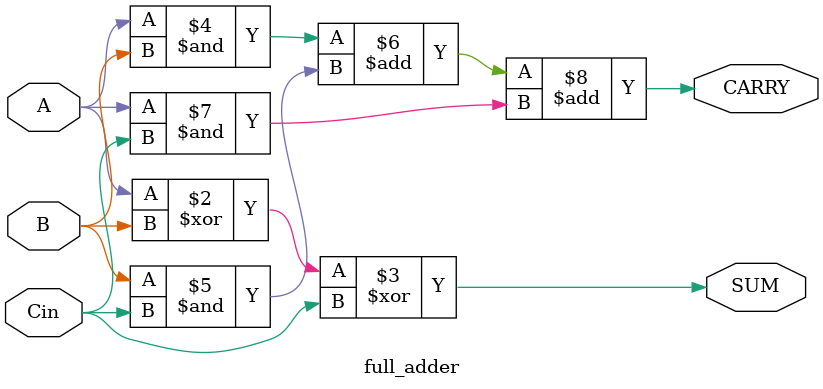
<source format=v>
`timescale 1ns / 1ps

module array_mult(
        input RST,
        input [3:0] A, B,
        output reg [7:0] Y
    );
    integer i;
    always @(*) begin
        if (~RST) Y = 8'b0;
        else begin
            for (i=0; i < 4; i=i+1) begin
                if (B[i] == 1'b1) begin
                     Y =  Y + ( A << i );
                 end
            end
        end
    end
endmodule

module full_adder(
        input A, B, Cin,
        output SUM, CARRY);
        assign SUM = A ^ B ^ Cin;
        assign CARRY = (A & B) + (B & Cin) + (A & Cin); 
endmodule

</source>
